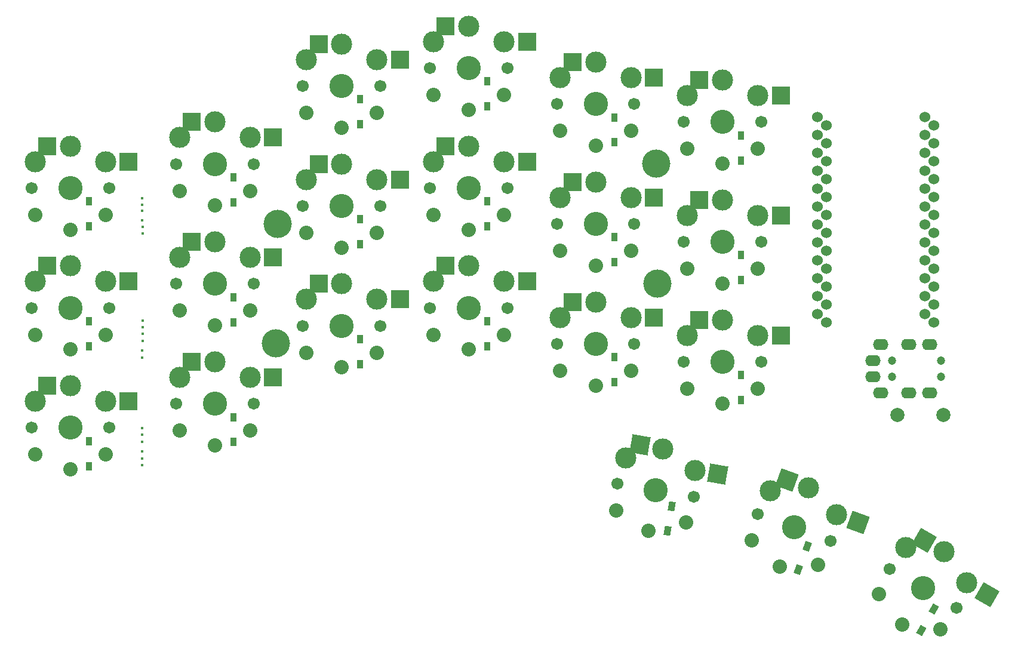
<source format=gbr>
%TF.GenerationSoftware,KiCad,Pcbnew,7.0.6*%
%TF.CreationDate,2023-09-19T12:27:46+07:00*%
%TF.ProjectId,dream,64726561-6d2e-46b6-9963-61645f706362,rev?*%
%TF.SameCoordinates,Original*%
%TF.FileFunction,Soldermask,Bot*%
%TF.FilePolarity,Negative*%
%FSLAX46Y46*%
G04 Gerber Fmt 4.6, Leading zero omitted, Abs format (unit mm)*
G04 Created by KiCad (PCBNEW 7.0.6) date 2023-09-19 12:27:46*
%MOMM*%
%LPD*%
G01*
G04 APERTURE LIST*
G04 Aperture macros list*
%AMRotRect*
0 Rectangle, with rotation*
0 The origin of the aperture is its center*
0 $1 length*
0 $2 width*
0 $3 Rotation angle, in degrees counterclockwise*
0 Add horizontal line*
21,1,$1,$2,0,0,$3*%
G04 Aperture macros list end*
%ADD10C,0.393700*%
%ADD11C,0.500000*%
%ADD12C,4.000000*%
%ADD13C,1.701800*%
%ADD14C,3.000000*%
%ADD15C,3.429000*%
%ADD16R,2.600000X2.600000*%
%ADD17C,2.032000*%
%ADD18C,1.200000*%
%ADD19O,2.200000X1.600000*%
%ADD20C,2.000000*%
%ADD21RotRect,2.600000X2.600000X340.000000*%
%ADD22RotRect,2.600000X2.600000X330.000000*%
%ADD23RotRect,2.600000X2.600000X350.000000*%
%ADD24C,1.524000*%
%ADD25R,0.950000X1.300000*%
%ADD26RotRect,1.300000X0.950000X60.000000*%
%ADD27RotRect,1.300000X0.950000X80.000000*%
%ADD28RotRect,1.300000X0.950000X70.000000*%
G04 APERTURE END LIST*
D10*
%TO.C,H13*%
X10240000Y28515000D03*
%TD*%
D11*
%TO.C,H20*%
X81620000Y37435000D03*
X82060000Y38495000D03*
X82060000Y36375000D03*
X83120000Y38935000D03*
D12*
X83120000Y37435000D03*
D11*
X83120000Y35935000D03*
X84180000Y38495000D03*
X84180000Y36375000D03*
X84620000Y37435000D03*
%TD*%
D13*
%TO.C,S17*%
X69000000Y11900000D03*
D14*
X69500000Y15650000D03*
X74500000Y17850000D03*
D15*
X74500000Y11900000D03*
D14*
X79500000Y15650000D03*
D13*
X80000000Y11900000D03*
D16*
X71225000Y17850000D03*
D17*
X74500000Y6000000D03*
X69500000Y8100000D03*
X79500000Y8100000D03*
D16*
X82775000Y15650000D03*
%TD*%
D10*
%TO.C,H5*%
X10270000Y15176700D03*
%TD*%
D11*
%TO.C,H21*%
X27900000Y28935000D03*
X28340000Y29995000D03*
X28340000Y27875000D03*
X29400000Y30435000D03*
D12*
X29400000Y28935000D03*
D11*
X29400000Y27435000D03*
X30460000Y29995000D03*
X30460000Y27875000D03*
X30900000Y28935000D03*
%TD*%
D18*
%TO.C,U2*%
X123492500Y9522500D03*
X116492500Y9522500D03*
X123492500Y7222500D03*
X116492500Y7222500D03*
D19*
X113792500Y9522500D03*
X113792500Y7222500D03*
X114892500Y11822500D03*
X114892500Y4922500D03*
X118892500Y11822500D03*
X118892500Y4922500D03*
X121892500Y11822500D03*
X121892500Y4922500D03*
%TD*%
D20*
%TO.C,SW1*%
X123820000Y1785000D03*
X117320000Y1785000D03*
%TD*%
D13*
%TO.C,S4*%
X51000000Y51000000D03*
D14*
X51500000Y54750000D03*
X56500000Y56950000D03*
D15*
X56500000Y51000000D03*
D14*
X61500000Y54750000D03*
D13*
X62000000Y51000000D03*
D16*
X53225000Y56950000D03*
D17*
X56500000Y45100000D03*
X51500000Y47200000D03*
X61500000Y47200000D03*
D16*
X64775000Y54750000D03*
%TD*%
D13*
%TO.C,S8*%
X15000000Y20400000D03*
D14*
X15500000Y24150000D03*
X20500000Y26350000D03*
D15*
X20500000Y20400000D03*
D14*
X25500000Y24150000D03*
D13*
X26000000Y20400000D03*
D16*
X17225000Y26350000D03*
D17*
X20500000Y14500000D03*
X15500000Y16600000D03*
X25500000Y16600000D03*
D16*
X28775000Y24150000D03*
%TD*%
D10*
%TO.C,H14*%
X10210000Y29395000D03*
%TD*%
%TO.C,H1*%
X10230000Y-45000D03*
%TD*%
D13*
%TO.C,S6*%
X87000000Y43350000D03*
D14*
X87500000Y47100000D03*
X92500000Y49300000D03*
D15*
X92500000Y43350000D03*
D14*
X97500000Y47100000D03*
D13*
X98000000Y43350000D03*
D16*
X89225000Y49300000D03*
D17*
X92500000Y37450000D03*
X87500000Y39550000D03*
X97500000Y39550000D03*
D16*
X100775000Y47100000D03*
%TD*%
D10*
%TO.C,H18*%
X10200000Y30755000D03*
%TD*%
D13*
%TO.C,S20*%
X97481691Y-12263890D03*
D14*
X99234113Y-8911052D03*
X104685020Y-8553829D03*
D15*
X102650000Y-14145000D03*
D14*
X108631039Y-12331254D03*
D13*
X107818310Y-16026111D03*
D21*
X101607527Y-7433713D03*
D17*
X100632081Y-19689187D03*
X96651861Y-16005732D03*
X106048787Y-19425933D03*
D21*
X111708532Y-13451370D03*
%TD*%
D10*
%TO.C,H15*%
X10210000Y-5295000D03*
%TD*%
D13*
%TO.C,S12*%
X87000000Y26350000D03*
D14*
X87500000Y30100000D03*
X92500000Y32300000D03*
D15*
X92500000Y26350000D03*
D14*
X97500000Y30100000D03*
D13*
X98000000Y26350000D03*
D16*
X89225000Y32300000D03*
D17*
X92500000Y20450000D03*
X87500000Y22550000D03*
X97500000Y22550000D03*
D16*
X100775000Y30100000D03*
%TD*%
D10*
%TO.C,H8*%
X10210000Y9915000D03*
%TD*%
D13*
%TO.C,S14*%
X15000000Y3400000D03*
D14*
X15500000Y7150000D03*
X20500000Y9350000D03*
D15*
X20500000Y3400000D03*
D14*
X25500000Y7150000D03*
D13*
X26000000Y3400000D03*
D16*
X17225000Y9350000D03*
D17*
X20500000Y-2500000D03*
X15500000Y-400000D03*
X25500000Y-400000D03*
D16*
X28775000Y7150000D03*
%TD*%
D13*
%TO.C,S10*%
X51000000Y34000000D03*
D14*
X51500000Y37750000D03*
X56500000Y39950000D03*
D15*
X56500000Y34000000D03*
D14*
X61500000Y37750000D03*
D13*
X62000000Y34000000D03*
D16*
X53225000Y39950000D03*
D17*
X56500000Y28100000D03*
X51500000Y30200000D03*
X61500000Y30200000D03*
D16*
X64775000Y37750000D03*
%TD*%
D13*
%TO.C,S13*%
X-5500000Y0D03*
D14*
X-5000000Y3750000D03*
X0Y5950000D03*
D15*
X0Y0D03*
D14*
X5000000Y3750000D03*
D13*
X5500000Y0D03*
D16*
X-3275000Y5950000D03*
D17*
X0Y-5900000D03*
X-5000000Y-3800000D03*
X5000000Y-3800000D03*
D16*
X8275000Y3750000D03*
%TD*%
D13*
%TO.C,S16*%
X51000000Y17000000D03*
D14*
X51500000Y20750000D03*
X56500000Y22950000D03*
D15*
X56500000Y17000000D03*
D14*
X61500000Y20750000D03*
D13*
X62000000Y17000000D03*
D16*
X53225000Y22950000D03*
D17*
X56500000Y11100000D03*
X51500000Y13200000D03*
X61500000Y13200000D03*
D16*
X64775000Y20750000D03*
%TD*%
D10*
%TO.C,H4*%
X10180000Y-3375000D03*
%TD*%
%TO.C,H16*%
X10200000Y31638575D03*
%TD*%
%TO.C,H17*%
X10220000Y32565000D03*
%TD*%
%TO.C,H9*%
X10250000Y27575000D03*
%TD*%
%TO.C,H2*%
X10230000Y-1011425D03*
%TD*%
D13*
%TO.C,S7*%
X-5500000Y17000000D03*
D14*
X-5000000Y20750000D03*
X0Y22950000D03*
D15*
X0Y17000000D03*
D14*
X5000000Y20750000D03*
D13*
X5500000Y17000000D03*
D16*
X-3275000Y22950000D03*
D17*
X0Y11100000D03*
X-5000000Y13200000D03*
X5000000Y13200000D03*
D16*
X8275000Y20750000D03*
%TD*%
D10*
%TO.C,H3*%
X10220000Y-1971425D03*
%TD*%
D13*
%TO.C,S21*%
X116163896Y-20003248D03*
D14*
X118471909Y-17005653D03*
X123902036Y-17600397D03*
D15*
X120927036Y-22753248D03*
D14*
X127132163Y-22005653D03*
D13*
X125690176Y-25503248D03*
D22*
X121065803Y-15962897D03*
D17*
X117977036Y-27862798D03*
X114696909Y-23544144D03*
X123357163Y-28544144D03*
D22*
X129968396Y-23643153D03*
%TD*%
D13*
%TO.C,S11*%
X69000000Y28900000D03*
D14*
X69500000Y32650000D03*
X74500000Y34850000D03*
D15*
X74500000Y28900000D03*
D14*
X79500000Y32650000D03*
D13*
X80000000Y28900000D03*
D16*
X71225000Y34850000D03*
D17*
X74500000Y23000000D03*
X69500000Y25100000D03*
X79500000Y25100000D03*
D16*
X82775000Y32650000D03*
%TD*%
D13*
%TO.C,S18*%
X87000000Y9350000D03*
D14*
X87500000Y13100000D03*
X92500000Y15300000D03*
D15*
X92500000Y9350000D03*
D14*
X97500000Y13100000D03*
D13*
X98000000Y9350000D03*
D16*
X89225000Y15300000D03*
D17*
X92500000Y3450000D03*
X87500000Y5550000D03*
X97500000Y5550000D03*
D16*
X100775000Y13100000D03*
%TD*%
D13*
%TO.C,S3*%
X33000000Y48450000D03*
D14*
X33500000Y52200000D03*
X38500000Y54400000D03*
D15*
X38500000Y48450000D03*
D14*
X43500000Y52200000D03*
D13*
X44000000Y48450000D03*
D16*
X35225000Y54400000D03*
D17*
X38500000Y42550000D03*
X33500000Y44650000D03*
X43500000Y44650000D03*
D16*
X46775000Y52200000D03*
%TD*%
D10*
%TO.C,H11*%
X10230000Y10925000D03*
%TD*%
D13*
%TO.C,S19*%
X77605600Y-7888477D03*
D14*
X78749185Y-4282272D03*
X84055249Y-2983935D03*
D15*
X83022043Y-8843542D03*
D14*
X88597262Y-6018753D03*
D13*
X88438485Y-9798607D03*
D23*
X80830004Y-2415238D03*
D17*
X81997518Y-14653907D03*
X77438141Y-11717570D03*
X87286218Y-13454052D03*
D23*
X91822508Y-6587451D03*
%TD*%
D11*
%TO.C,H22*%
X81790000Y20455000D03*
X82230000Y21515000D03*
X82230000Y19395000D03*
X83290000Y21955000D03*
D12*
X83290000Y20455000D03*
D11*
X83290000Y18955000D03*
X84350000Y21515000D03*
X84350000Y19395000D03*
X84790000Y20455000D03*
%TD*%
D10*
%TO.C,H10*%
X10270000Y12325000D03*
%TD*%
D13*
%TO.C,S9*%
X33000000Y31450000D03*
D14*
X33500000Y35200000D03*
X38500000Y37400000D03*
D15*
X38500000Y31450000D03*
D14*
X43500000Y35200000D03*
D13*
X44000000Y31450000D03*
D16*
X35225000Y37400000D03*
D17*
X38500000Y25550000D03*
X33500000Y27650000D03*
X43500000Y27650000D03*
D16*
X46775000Y35200000D03*
%TD*%
D13*
%TO.C,S5*%
X69000000Y45900000D03*
D14*
X69500000Y49650000D03*
X74500000Y51850000D03*
D15*
X74500000Y45900000D03*
D14*
X79500000Y49650000D03*
D13*
X80000000Y45900000D03*
D16*
X71225000Y51850000D03*
D17*
X74500000Y40000000D03*
X69500000Y42100000D03*
X79500000Y42100000D03*
D16*
X82775000Y49650000D03*
%TD*%
D13*
%TO.C,S15*%
X33000000Y14450000D03*
D14*
X33500000Y18200000D03*
X38500000Y20400000D03*
D15*
X38500000Y14450000D03*
D14*
X43500000Y18200000D03*
D13*
X44000000Y14450000D03*
D16*
X35225000Y20400000D03*
D17*
X38500000Y8550000D03*
X33500000Y10650000D03*
X43500000Y10650000D03*
D16*
X46775000Y18200000D03*
%TD*%
D11*
%TO.C,H19*%
X27660000Y11935000D03*
X28100000Y12995000D03*
X28100000Y10875000D03*
X29160000Y13435000D03*
D12*
X29160000Y11935000D03*
D11*
X29160000Y10435000D03*
X30220000Y12995000D03*
X30220000Y10875000D03*
X30660000Y11935000D03*
%TD*%
D10*
%TO.C,H7*%
X10280000Y13295000D03*
%TD*%
%TO.C,H12*%
X10180000Y-4355000D03*
%TD*%
D13*
%TO.C,S2*%
X15000000Y37400000D03*
D14*
X15500000Y41150000D03*
X20500000Y43350000D03*
D15*
X20500000Y37400000D03*
D14*
X25500000Y41150000D03*
D13*
X26000000Y37400000D03*
D16*
X17225000Y43350000D03*
D17*
X20500000Y31500000D03*
X15500000Y33600000D03*
X25500000Y33600000D03*
D16*
X28775000Y41150000D03*
%TD*%
D10*
%TO.C,H6*%
X10270000Y14245000D03*
%TD*%
D24*
%TO.C,U1*%
X105950000Y44075000D03*
X122488815Y42879255D03*
X105950000Y41535000D03*
X122488815Y40339255D03*
X105950000Y38995000D03*
X122488815Y37799255D03*
X105950000Y36455000D03*
X122488815Y35259255D03*
X105950000Y33915000D03*
X122488815Y32719255D03*
X105950000Y31375000D03*
X122488815Y30179255D03*
X105950000Y28835000D03*
X122488815Y27639255D03*
X105950000Y26295000D03*
X122488815Y25099255D03*
X105950000Y23755000D03*
X122488815Y22559255D03*
X105950000Y21215000D03*
X122488815Y20019255D03*
X105950000Y18675000D03*
X122488815Y17479255D03*
X105950000Y16135000D03*
X122488815Y14939255D03*
X107248815Y14939255D03*
X121190000Y16135000D03*
X107248815Y17479255D03*
X121190000Y18675000D03*
X107248815Y20019255D03*
X121190000Y21215000D03*
X107248815Y22559255D03*
X121190000Y23755000D03*
X107248815Y25099255D03*
X121190000Y26295000D03*
X107248815Y27639255D03*
X121190000Y28835000D03*
X107248815Y30179255D03*
X121190000Y31375000D03*
X107248815Y32719255D03*
X121190000Y33915000D03*
X107248815Y35259255D03*
X121190000Y36455000D03*
X107248815Y37799255D03*
X121190000Y38995000D03*
X107248815Y40339255D03*
X121190000Y41535000D03*
X107248815Y42879255D03*
X121190000Y44075000D03*
%TD*%
D13*
%TO.C,S1*%
X-5500000Y34000000D03*
D14*
X-5000000Y37750000D03*
X0Y39950000D03*
D15*
X0Y34000000D03*
D14*
X5000000Y37750000D03*
D13*
X5500000Y34000000D03*
D16*
X-3275000Y39950000D03*
D17*
X0Y28100000D03*
X-5000000Y30200000D03*
X5000000Y30200000D03*
D16*
X8275000Y37750000D03*
%TD*%
D25*
%TO.C,D8*%
X23130000Y14965000D03*
X23130000Y18515000D03*
%TD*%
%TO.C,D6*%
X95130000Y37915000D03*
X95130000Y41465000D03*
%TD*%
%TO.C,D15*%
X41130000Y9015000D03*
X41130000Y12565000D03*
%TD*%
D26*
%TO.C,D21*%
X120682500Y-28792195D03*
X122457500Y-25717805D03*
%TD*%
D25*
%TO.C,D5*%
X77130000Y40465000D03*
X77130000Y44015000D03*
%TD*%
D27*
%TO.C,D19*%
X84668309Y-14652667D03*
X85284761Y-11156599D03*
%TD*%
D25*
%TO.C,D17*%
X77130000Y6465000D03*
X77130000Y10015000D03*
%TD*%
%TO.C,D4*%
X59130000Y45565000D03*
X59130000Y49115000D03*
%TD*%
%TO.C,D14*%
X23130000Y-2035000D03*
X23130000Y1515000D03*
%TD*%
%TO.C,D9*%
X41130000Y26015000D03*
X41130000Y29565000D03*
%TD*%
%TO.C,D3*%
X41130000Y43015000D03*
X41130000Y46565000D03*
%TD*%
%TO.C,D13*%
X2630000Y-5435000D03*
X2630000Y-1885000D03*
%TD*%
%TO.C,D10*%
X59130000Y28565000D03*
X59130000Y32115000D03*
%TD*%
%TO.C,D1*%
X2630000Y28565000D03*
X2630000Y32115000D03*
%TD*%
%TO.C,D18*%
X95130000Y3915000D03*
X95130000Y7465000D03*
%TD*%
%TO.C,D11*%
X77130000Y23465000D03*
X77130000Y27015000D03*
%TD*%
%TO.C,D16*%
X59130000Y11565000D03*
X59130000Y15115000D03*
%TD*%
%TO.C,D2*%
X23130000Y31965000D03*
X23130000Y35515000D03*
%TD*%
%TO.C,D7*%
X2630000Y11565000D03*
X2630000Y15115000D03*
%TD*%
D28*
%TO.C,D20*%
X103262513Y-20151742D03*
X104476685Y-16815834D03*
%TD*%
D25*
%TO.C,D12*%
X95130000Y20915000D03*
X95130000Y24465000D03*
%TD*%
M02*

</source>
